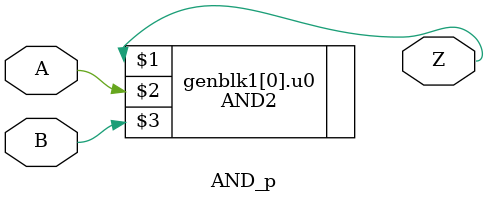
<source format=v>
`timescale 1ns / 1ps


module AND_p #(parameter WIDTH = 1)(
    output [WIDTH-1:0] Z,
    input  [WIDTH-1:0] A,
    input  [WIDTH-1:0] B
    );
     
    generate
    genvar i;
    for(i = 0; i < WIDTH; i = i+1) begin
    AND2 u0(Z[i],A[i],B[i]);
    end
    endgenerate
endmodule

</source>
